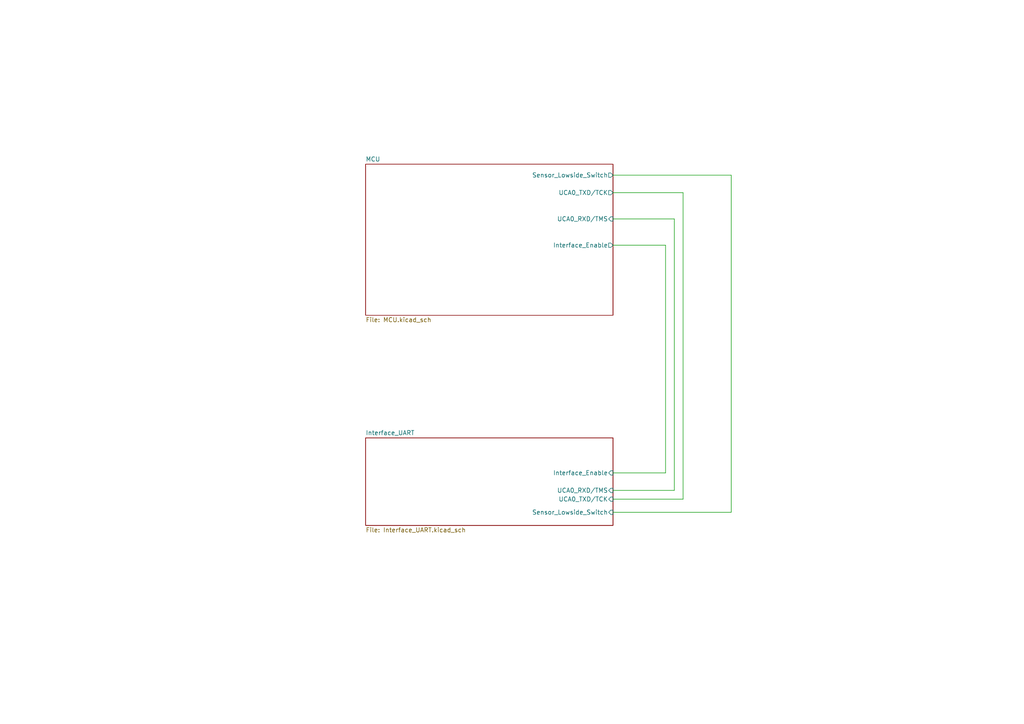
<source format=kicad_sch>
(kicad_sch
	(version 20250114)
	(generator "eeschema")
	(generator_version "9.0")
	(uuid "e63e39d7-6ac0-4ffd-8aa3-1841a4541b55")
	(paper "A4")
	(lib_symbols)
	(wire
		(pts
			(xy 177.8 142.24) (xy 195.58 142.24)
		)
		(stroke
			(width 0)
			(type default)
		)
		(uuid "08b99fcc-8d1c-45cc-9d6a-0dd7640069b7")
	)
	(wire
		(pts
			(xy 193.04 137.16) (xy 193.04 71.12)
		)
		(stroke
			(width 0)
			(type default)
		)
		(uuid "0de68c33-86a0-4031-b557-31b99b555e73")
	)
	(wire
		(pts
			(xy 177.8 144.78) (xy 198.12 144.78)
		)
		(stroke
			(width 0)
			(type default)
		)
		(uuid "1f73d352-7d92-47b7-b093-a20799e1caa0")
	)
	(wire
		(pts
			(xy 177.8 55.88) (xy 198.12 55.88)
		)
		(stroke
			(width 0)
			(type default)
		)
		(uuid "214d2e08-c61e-40b3-b663-e9936efdc722")
	)
	(wire
		(pts
			(xy 177.8 71.12) (xy 193.04 71.12)
		)
		(stroke
			(width 0)
			(type default)
		)
		(uuid "34e967b3-de57-4561-9dd5-96c5dc3a6c07")
	)
	(wire
		(pts
			(xy 177.8 137.16) (xy 193.04 137.16)
		)
		(stroke
			(width 0)
			(type default)
		)
		(uuid "682a236d-8ea9-4aa0-96c1-08bcbbac3130")
	)
	(wire
		(pts
			(xy 195.58 63.5) (xy 177.8 63.5)
		)
		(stroke
			(width 0)
			(type default)
		)
		(uuid "68ddb7fb-54f7-4011-82a4-adc17753be21")
	)
	(wire
		(pts
			(xy 177.8 50.8) (xy 212.09 50.8)
		)
		(stroke
			(width 0)
			(type default)
		)
		(uuid "a5fe0ba2-bc11-4905-b825-eefc2a372131")
	)
	(wire
		(pts
			(xy 195.58 142.24) (xy 195.58 63.5)
		)
		(stroke
			(width 0)
			(type default)
		)
		(uuid "ab1d3488-e5ce-4465-9db8-b377c7596845")
	)
	(wire
		(pts
			(xy 198.12 144.78) (xy 198.12 55.88)
		)
		(stroke
			(width 0)
			(type default)
		)
		(uuid "c7e46a5b-d15d-4ea4-abc2-20b2694398a3")
	)
	(wire
		(pts
			(xy 212.09 148.59) (xy 177.8 148.59)
		)
		(stroke
			(width 0)
			(type default)
		)
		(uuid "f3a03331-7fe1-42fa-96e3-44518dd23039")
	)
	(wire
		(pts
			(xy 212.09 50.8) (xy 212.09 148.59)
		)
		(stroke
			(width 0)
			(type default)
		)
		(uuid "fb87b31b-f245-449f-a707-4b40aa16d1ec")
	)
	(sheet
		(at 106.045 127)
		(size 71.755 25.4)
		(exclude_from_sim no)
		(in_bom yes)
		(on_board yes)
		(dnp no)
		(fields_autoplaced yes)
		(stroke
			(width 0.1524)
			(type solid)
		)
		(fill
			(color 0 0 0 0.0000)
		)
		(uuid "a7e4ce5c-98fb-48d0-9ff3-cdec8a457bcf")
		(property "Sheetname" "Interface_UART"
			(at 106.045 126.2884 0)
			(effects
				(font
					(size 1.27 1.27)
				)
				(justify left bottom)
			)
		)
		(property "Sheetfile" "Interface_UART.kicad_sch"
			(at 106.045 152.9846 0)
			(effects
				(font
					(size 1.27 1.27)
				)
				(justify left top)
			)
		)
		(pin "Interface_Enable" input
			(at 177.8 137.16 0)
			(uuid "df05fe3c-61b9-4cee-81cc-044137de3924")
			(effects
				(font
					(size 1.27 1.27)
				)
				(justify right)
			)
		)
		(pin "UCA0_RXD{slash}TMS" input
			(at 177.8 142.24 0)
			(uuid "e18d705f-46c8-4a89-84ec-824cef390693")
			(effects
				(font
					(size 1.27 1.27)
				)
				(justify right)
			)
		)
		(pin "UCA0_TXD{slash}TCK" input
			(at 177.8 144.78 0)
			(uuid "520b6883-347b-4855-884b-7b817d9584ef")
			(effects
				(font
					(size 1.27 1.27)
				)
				(justify right)
			)
		)
		(pin "Sensor_Lowside_Switch" input
			(at 177.8 148.59 0)
			(uuid "0ab80b09-6a1d-4c02-8228-6d216fd37b48")
			(effects
				(font
					(size 1.27 1.27)
				)
				(justify right)
			)
		)
		(instances
			(project "UART-Adapter"
				(path "/e63e39d7-6ac0-4ffd-8aa3-1841a4541b55"
					(page "3")
				)
			)
		)
	)
	(sheet
		(at 106.045 47.625)
		(size 71.755 43.815)
		(exclude_from_sim no)
		(in_bom yes)
		(on_board yes)
		(dnp no)
		(fields_autoplaced yes)
		(stroke
			(width 0.1524)
			(type solid)
		)
		(fill
			(color 0 0 0 0.0000)
		)
		(uuid "d3e133b7-2c84-4206-a2b1-e693cb57fe56")
		(property "Sheetname" "MCU"
			(at 106.045 46.9134 0)
			(effects
				(font
					(size 1.27 1.27)
				)
				(justify left bottom)
			)
		)
		(property "Sheetfile" "MCU.kicad_sch"
			(at 106.045 92.0246 0)
			(effects
				(font
					(size 1.27 1.27)
				)
				(justify left top)
			)
		)
		(pin "UCA0_RXD{slash}TMS" input
			(at 177.8 63.5 0)
			(uuid "fff5feb4-de78-4caa-b1db-3076e6e3b033")
			(effects
				(font
					(size 1.27 1.27)
				)
				(justify right)
			)
		)
		(pin "Interface_Enable" output
			(at 177.8 71.12 0)
			(uuid "dc2bde57-2c8a-4d2d-908a-f9f099be5847")
			(effects
				(font
					(size 1.27 1.27)
				)
				(justify right)
			)
		)
		(pin "UCA0_TXD{slash}TCK" output
			(at 177.8 55.88 0)
			(uuid "6493df00-017e-4b7e-bd5a-d4c8b0d8e143")
			(effects
				(font
					(size 1.27 1.27)
				)
				(justify right)
			)
		)
		(pin "Sensor_Lowside_Switch" output
			(at 177.8 50.8 0)
			(uuid "b7fd97e9-ce56-42b2-ab2d-a6cbfd7a7026")
			(effects
				(font
					(size 1.27 1.27)
				)
				(justify right)
			)
		)
		(instances
			(project "UART-Adapter"
				(path "/e63e39d7-6ac0-4ffd-8aa3-1841a4541b55"
					(page "2")
				)
			)
		)
	)
	(sheet_instances
		(path "/"
			(page "1")
		)
	)
	(embedded_fonts no)
)

</source>
